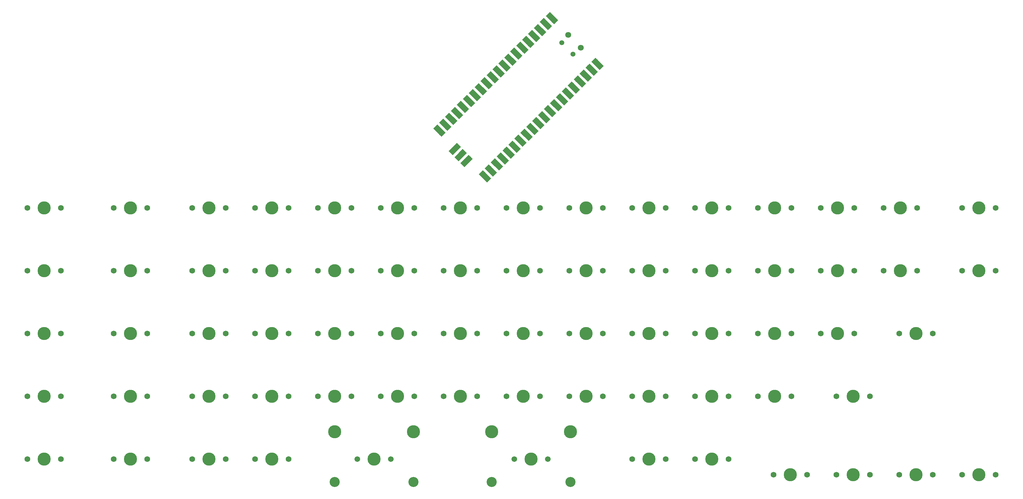
<source format=gts>
G04 #@! TF.GenerationSoftware,KiCad,Pcbnew,8.0.4*
G04 #@! TF.CreationDate,2024-09-28T17:45:49-04:00*
G04 #@! TF.ProjectId,small-fry-pcb,736d616c-6c2d-4667-9279-2d7063622e6b,1.0*
G04 #@! TF.SameCoordinates,Original*
G04 #@! TF.FileFunction,Soldermask,Top*
G04 #@! TF.FilePolarity,Negative*
%FSLAX46Y46*%
G04 Gerber Fmt 4.6, Leading zero omitted, Abs format (unit mm)*
G04 Created by KiCad (PCBNEW 8.0.4) date 2024-09-28 17:45:49*
%MOMM*%
%LPD*%
G01*
G04 APERTURE LIST*
G04 Aperture macros list*
%AMHorizOval*
0 Thick line with rounded ends*
0 $1 width*
0 $2 $3 position (X,Y) of the first rounded end (center of the circle)*
0 $4 $5 position (X,Y) of the second rounded end (center of the circle)*
0 Add line between two ends*
20,1,$1,$2,$3,$4,$5,0*
0 Add two circle primitives to create the rounded ends*
1,1,$1,$2,$3*
1,1,$1,$4,$5*%
%AMRotRect*
0 Rectangle, with rotation*
0 The origin of the aperture is its center*
0 $1 length*
0 $2 width*
0 $3 Rotation angle, in degrees counterclockwise*
0 Add horizontal line*
21,1,$1,$2,0,0,$3*%
G04 Aperture macros list end*
%ADD10C,1.750000*%
%ADD11C,3.987800*%
%ADD12C,3.048000*%
%ADD13C,1.701800*%
%ADD14RotRect,3.500000X1.700000X45.000000*%
%ADD15HorizOval,1.700000X0.000000X0.000000X0.000000X0.000000X0*%
%ADD16RotRect,1.700000X1.700000X315.000000*%
%ADD17RotRect,3.500000X1.700000X315.000000*%
%ADD18HorizOval,1.800000X0.000000X0.000000X0.000000X0.000000X0*%
%ADD19HorizOval,1.500000X0.000000X0.000000X0.000000X0.000000X0*%
G04 APERTURE END LIST*
D10*
G04 #@! TO.C,MX51*
X183126250Y-136950000D03*
D11*
X188206250Y-136950000D03*
D10*
X193286250Y-136950000D03*
G04 #@! TD*
G04 #@! TO.C,MX44*
X321238750Y-117900000D03*
D11*
X326318750Y-117900000D03*
D10*
X331398750Y-117900000D03*
G04 #@! TD*
G04 #@! TO.C,MX11*
X259326250Y-79800000D03*
D11*
X264406250Y-79800000D03*
D10*
X269486250Y-79800000D03*
G04 #@! TD*
G04 #@! TO.C,MX23*
X202176250Y-98850000D03*
D11*
X207256250Y-98850000D03*
D10*
X212336250Y-98850000D03*
G04 #@! TD*
G04 #@! TO.C,MX32*
X83113750Y-117900000D03*
D11*
X88193750Y-117900000D03*
D10*
X93273750Y-117900000D03*
G04 #@! TD*
G04 #@! TO.C,MX59*
X83113750Y-156000000D03*
D11*
X88193750Y-156000000D03*
D10*
X93273750Y-156000000D03*
G04 #@! TD*
G04 #@! TO.C,MX2*
X83113750Y-79800000D03*
D11*
X88193750Y-79800000D03*
D10*
X93273750Y-79800000D03*
G04 #@! TD*
G04 #@! TO.C,MX1*
X56920000Y-79800000D03*
D11*
X62000000Y-79800000D03*
D10*
X67080000Y-79800000D03*
G04 #@! TD*
G04 #@! TO.C,MX54*
X240276250Y-136950000D03*
D11*
X245356250Y-136950000D03*
D10*
X250436250Y-136950000D03*
G04 #@! TD*
G04 #@! TO.C,MX5*
X145026250Y-79800000D03*
D11*
X150106250Y-79800000D03*
D10*
X155186250Y-79800000D03*
G04 #@! TD*
G04 #@! TO.C,MX45*
X56920000Y-136950000D03*
D11*
X62000000Y-136950000D03*
D10*
X67080000Y-136950000D03*
G04 #@! TD*
D11*
G04 #@! TO.C,MX62*
X150074500Y-147745000D03*
D12*
X150074500Y-162985000D03*
D13*
X156932500Y-156000000D03*
D11*
X162012500Y-156000000D03*
D13*
X167092500Y-156000000D03*
D11*
X173950500Y-147745000D03*
D12*
X173950500Y-162985000D03*
G04 #@! TD*
D10*
G04 #@! TO.C,MX66*
X283138750Y-160762500D03*
D11*
X288218750Y-160762500D03*
D10*
X293298750Y-160762500D03*
G04 #@! TD*
G04 #@! TO.C,MX50*
X164076250Y-136950000D03*
D11*
X169156250Y-136950000D03*
D10*
X174236250Y-136950000D03*
G04 #@! TD*
G04 #@! TO.C,MX65*
X259326250Y-156000000D03*
D11*
X264406250Y-156000000D03*
D10*
X269486250Y-156000000D03*
G04 #@! TD*
G04 #@! TO.C,MX34*
X125976250Y-117900000D03*
D11*
X131056250Y-117900000D03*
D10*
X136136250Y-117900000D03*
G04 #@! TD*
G04 #@! TO.C,MX12*
X278376250Y-79800000D03*
D11*
X283456250Y-79800000D03*
D10*
X288536250Y-79800000D03*
G04 #@! TD*
G04 #@! TO.C,MX35*
X145026250Y-117900000D03*
D11*
X150106250Y-117900000D03*
D10*
X155186250Y-117900000D03*
G04 #@! TD*
G04 #@! TO.C,MX46*
X83113750Y-136950000D03*
D11*
X88193750Y-136950000D03*
D10*
X93273750Y-136950000D03*
G04 #@! TD*
G04 #@! TO.C,MX9*
X221226250Y-79800000D03*
D11*
X226306250Y-79800000D03*
D10*
X231386250Y-79800000D03*
G04 #@! TD*
G04 #@! TO.C,MX18*
X106926250Y-98850000D03*
D11*
X112006250Y-98850000D03*
D10*
X117086250Y-98850000D03*
G04 #@! TD*
G04 #@! TO.C,MX57*
X302188750Y-136950000D03*
D11*
X307268750Y-136950000D03*
D10*
X312348750Y-136950000D03*
G04 #@! TD*
G04 #@! TO.C,MX43*
X297426250Y-117900000D03*
D11*
X302506250Y-117900000D03*
D10*
X307586250Y-117900000D03*
G04 #@! TD*
G04 #@! TO.C,MX3*
X106926250Y-79800000D03*
D11*
X112006250Y-79800000D03*
D10*
X117086250Y-79800000D03*
G04 #@! TD*
G04 #@! TO.C,MX31*
X56920000Y-117900000D03*
D11*
X62000000Y-117900000D03*
D10*
X67080000Y-117900000D03*
G04 #@! TD*
G04 #@! TO.C,MX37*
X183126250Y-117900000D03*
D11*
X188206250Y-117900000D03*
D10*
X193286250Y-117900000D03*
G04 #@! TD*
G04 #@! TO.C,MX17*
X83113750Y-98850000D03*
D11*
X88193750Y-98850000D03*
D10*
X93273750Y-98850000D03*
G04 #@! TD*
G04 #@! TO.C,MX36*
X164076250Y-117900000D03*
D11*
X169156250Y-117900000D03*
D10*
X174236250Y-117900000D03*
G04 #@! TD*
D14*
G04 #@! TO.C,U1*
X190055853Y-65563890D03*
D15*
X190692249Y-64927494D03*
D14*
X188259803Y-63767838D03*
D16*
X188896199Y-63131442D03*
D14*
X186463752Y-61971786D03*
D15*
X187100148Y-61335390D03*
D17*
X229781113Y-36091679D03*
D15*
X229144717Y-35455283D03*
D17*
X227985061Y-37887731D03*
D15*
X227348665Y-37251335D03*
D17*
X226189010Y-39683781D03*
D16*
X225552614Y-39047385D03*
D17*
X224392959Y-41479833D03*
D15*
X223756563Y-40843437D03*
D17*
X222596908Y-43275884D03*
D15*
X221960512Y-42639488D03*
D17*
X220800856Y-45071935D03*
D15*
X220164460Y-44435539D03*
D17*
X219004806Y-46867986D03*
D15*
X218368410Y-46231590D03*
D17*
X217208754Y-48664037D03*
D16*
X216572358Y-48027641D03*
D17*
X215412703Y-50460088D03*
D15*
X214776307Y-49823692D03*
D17*
X213616652Y-52256140D03*
D15*
X212980256Y-51619744D03*
D17*
X211820601Y-54052191D03*
D15*
X211184205Y-53415795D03*
D17*
X210024549Y-55848242D03*
D15*
X209388153Y-55211846D03*
D17*
X208228499Y-57644293D03*
D16*
X207592103Y-57007897D03*
D17*
X206432447Y-59440345D03*
D15*
X205796051Y-58803949D03*
D17*
X204636396Y-61236396D03*
D15*
X204000000Y-60600000D03*
D17*
X202840345Y-63032447D03*
D15*
X202203949Y-62396051D03*
D17*
X201044294Y-64828498D03*
D15*
X200407898Y-64192102D03*
D17*
X199248242Y-66624549D03*
D16*
X198611846Y-65988153D03*
D17*
X197452191Y-68420601D03*
D15*
X196815795Y-67784205D03*
D17*
X195656140Y-70216652D03*
D15*
X195019744Y-69580256D03*
D17*
X181810989Y-56371501D03*
D15*
X182447385Y-57007897D03*
D17*
X183607041Y-54575449D03*
D15*
X184243437Y-55211845D03*
D17*
X185403092Y-52779399D03*
D16*
X186039488Y-53415795D03*
D17*
X187199143Y-50983347D03*
D15*
X187835539Y-51619743D03*
D17*
X188995194Y-49187296D03*
D15*
X189631590Y-49823692D03*
D17*
X190791246Y-47391245D03*
D15*
X191427642Y-48027641D03*
D17*
X192587296Y-45595194D03*
D15*
X193223692Y-46231590D03*
D17*
X194383348Y-43799143D03*
D16*
X195019744Y-44435539D03*
D17*
X196179399Y-42003092D03*
D15*
X196815795Y-42639488D03*
D17*
X197975450Y-40207040D03*
D15*
X198611846Y-40843436D03*
D17*
X199771501Y-38410989D03*
D15*
X200407897Y-39047385D03*
D17*
X201567553Y-36614938D03*
D15*
X202203949Y-37251334D03*
D17*
X203363603Y-34818887D03*
D16*
X203999999Y-35455283D03*
D17*
X205159655Y-33022835D03*
D15*
X205796051Y-33659231D03*
D17*
X206955706Y-31226784D03*
D15*
X207592102Y-31863180D03*
D17*
X208751757Y-29430733D03*
D15*
X209388153Y-30067129D03*
D17*
X210547808Y-27634682D03*
D15*
X211184204Y-28271078D03*
D17*
X212343860Y-25838631D03*
D16*
X212980256Y-26475027D03*
D17*
X214139911Y-24042579D03*
D15*
X214776307Y-24678975D03*
D17*
X215935962Y-22246528D03*
D15*
X216572358Y-22882924D03*
D18*
X224693480Y-31187893D03*
D19*
X222338815Y-33118295D03*
X218909346Y-29688826D03*
D18*
X220839748Y-27334161D03*
G04 #@! TD*
D10*
G04 #@! TO.C,MX47*
X106926250Y-136950000D03*
D11*
X112006250Y-136950000D03*
D10*
X117086250Y-136950000D03*
G04 #@! TD*
G04 #@! TO.C,MX25*
X240276250Y-98850000D03*
D11*
X245356250Y-98850000D03*
D10*
X250436250Y-98850000D03*
G04 #@! TD*
G04 #@! TO.C,MX61*
X125976250Y-156000000D03*
D11*
X131056250Y-156000000D03*
D10*
X136136250Y-156000000D03*
G04 #@! TD*
G04 #@! TO.C,MX26*
X259326250Y-98850000D03*
D11*
X264406250Y-98850000D03*
D10*
X269486250Y-98850000D03*
G04 #@! TD*
G04 #@! TO.C,MX15*
X340288750Y-79800000D03*
D11*
X345368750Y-79800000D03*
D10*
X350448750Y-79800000D03*
G04 #@! TD*
G04 #@! TO.C,MX58*
X56920000Y-156000000D03*
D11*
X62000000Y-156000000D03*
D10*
X67080000Y-156000000D03*
G04 #@! TD*
D11*
G04 #@! TO.C,MX63*
X197699500Y-147745000D03*
D12*
X197699500Y-162985000D03*
D13*
X204557500Y-156000000D03*
D11*
X209637500Y-156000000D03*
D13*
X214717500Y-156000000D03*
D11*
X221575500Y-147745000D03*
D12*
X221575500Y-162985000D03*
G04 #@! TD*
D10*
G04 #@! TO.C,MX28*
X297426250Y-98850000D03*
D11*
X302506250Y-98850000D03*
D10*
X307586250Y-98850000D03*
G04 #@! TD*
G04 #@! TO.C,MX8*
X202176250Y-79800000D03*
D11*
X207256250Y-79800000D03*
D10*
X212336250Y-79800000D03*
G04 #@! TD*
G04 #@! TO.C,MX10*
X240276250Y-79800000D03*
D11*
X245356250Y-79800000D03*
D10*
X250436250Y-79800000D03*
G04 #@! TD*
G04 #@! TO.C,MX53*
X221226250Y-136950000D03*
D11*
X226306250Y-136950000D03*
D10*
X231386250Y-136950000D03*
G04 #@! TD*
G04 #@! TO.C,MX64*
X240276250Y-156000000D03*
D11*
X245356250Y-156000000D03*
D10*
X250436250Y-156000000D03*
G04 #@! TD*
G04 #@! TO.C,MX49*
X145026250Y-136950000D03*
D11*
X150106250Y-136950000D03*
D10*
X155186250Y-136950000D03*
G04 #@! TD*
G04 #@! TO.C,MX27*
X278376250Y-98850000D03*
D11*
X283456250Y-98850000D03*
D10*
X288536250Y-98850000D03*
G04 #@! TD*
G04 #@! TO.C,MX33*
X106926250Y-117900000D03*
D11*
X112006250Y-117900000D03*
D10*
X117086250Y-117900000D03*
G04 #@! TD*
G04 #@! TO.C,MX21*
X164076250Y-98850000D03*
D11*
X169156250Y-98850000D03*
D10*
X174236250Y-98850000D03*
G04 #@! TD*
G04 #@! TO.C,MX19*
X125976250Y-98850000D03*
D11*
X131056250Y-98850000D03*
D10*
X136136250Y-98850000D03*
G04 #@! TD*
G04 #@! TO.C,MX55*
X259326250Y-136950000D03*
D11*
X264406250Y-136950000D03*
D10*
X269486250Y-136950000D03*
G04 #@! TD*
G04 #@! TO.C,MX29*
X316476250Y-98850000D03*
D11*
X321556250Y-98850000D03*
D10*
X326636250Y-98850000D03*
G04 #@! TD*
G04 #@! TO.C,MX7*
X183126250Y-79800000D03*
D11*
X188206250Y-79800000D03*
D10*
X193286250Y-79800000D03*
G04 #@! TD*
G04 #@! TO.C,MX13*
X297426250Y-79800000D03*
D11*
X302506250Y-79800000D03*
D10*
X307586250Y-79800000D03*
G04 #@! TD*
G04 #@! TO.C,MX4*
X125976250Y-79800000D03*
D11*
X131056250Y-79800000D03*
D10*
X136136250Y-79800000D03*
G04 #@! TD*
G04 #@! TO.C,MX41*
X259326250Y-117900000D03*
D11*
X264406250Y-117900000D03*
D10*
X269486250Y-117900000D03*
G04 #@! TD*
G04 #@! TO.C,MX52*
X202176250Y-136950000D03*
D11*
X207256250Y-136950000D03*
D10*
X212336250Y-136950000D03*
G04 #@! TD*
G04 #@! TO.C,MX16*
X56920000Y-98850000D03*
D11*
X62000000Y-98850000D03*
D10*
X67080000Y-98850000D03*
G04 #@! TD*
G04 #@! TO.C,MX20*
X145026250Y-98850000D03*
D11*
X150106250Y-98850000D03*
D10*
X155186250Y-98850000D03*
G04 #@! TD*
G04 #@! TO.C,MX69*
X340288750Y-160762500D03*
D11*
X345368750Y-160762500D03*
D10*
X350448750Y-160762500D03*
G04 #@! TD*
G04 #@! TO.C,MX6*
X164076250Y-79800000D03*
D11*
X169156250Y-79800000D03*
D10*
X174236250Y-79800000D03*
G04 #@! TD*
G04 #@! TO.C,MX38*
X202176250Y-117900000D03*
D11*
X207256250Y-117900000D03*
D10*
X212336250Y-117900000D03*
G04 #@! TD*
G04 #@! TO.C,MX68*
X321238750Y-160762500D03*
D11*
X326318750Y-160762500D03*
D10*
X331398750Y-160762500D03*
G04 #@! TD*
G04 #@! TO.C,MX42*
X278376250Y-117900000D03*
D11*
X283456250Y-117900000D03*
D10*
X288536250Y-117900000D03*
G04 #@! TD*
G04 #@! TO.C,MX60*
X106926250Y-156000000D03*
D11*
X112006250Y-156000000D03*
D10*
X117086250Y-156000000D03*
G04 #@! TD*
G04 #@! TO.C,MX48*
X125976250Y-136950000D03*
D11*
X131056250Y-136950000D03*
D10*
X136136250Y-136950000D03*
G04 #@! TD*
G04 #@! TO.C,MX67*
X302188750Y-160762500D03*
D11*
X307268750Y-160762500D03*
D10*
X312348750Y-160762500D03*
G04 #@! TD*
G04 #@! TO.C,MX40*
X240276250Y-117900000D03*
D11*
X245356250Y-117900000D03*
D10*
X250436250Y-117900000D03*
G04 #@! TD*
G04 #@! TO.C,MX39*
X221226250Y-117900000D03*
D11*
X226306250Y-117900000D03*
D10*
X231386250Y-117900000D03*
G04 #@! TD*
G04 #@! TO.C,MX30*
X340288750Y-98850000D03*
D11*
X345368750Y-98850000D03*
D10*
X350448750Y-98850000D03*
G04 #@! TD*
G04 #@! TO.C,MX56*
X278376250Y-136950000D03*
D11*
X283456250Y-136950000D03*
D10*
X288536250Y-136950000D03*
G04 #@! TD*
G04 #@! TO.C,MX14*
X316476250Y-79800000D03*
D11*
X321556250Y-79800000D03*
D10*
X326636250Y-79800000D03*
G04 #@! TD*
G04 #@! TO.C,MX24*
X221226250Y-98850000D03*
D11*
X226306250Y-98850000D03*
D10*
X231386250Y-98850000D03*
G04 #@! TD*
G04 #@! TO.C,MX22*
X183126250Y-98850000D03*
D11*
X188206250Y-98850000D03*
D10*
X193286250Y-98850000D03*
G04 #@! TD*
M02*

</source>
